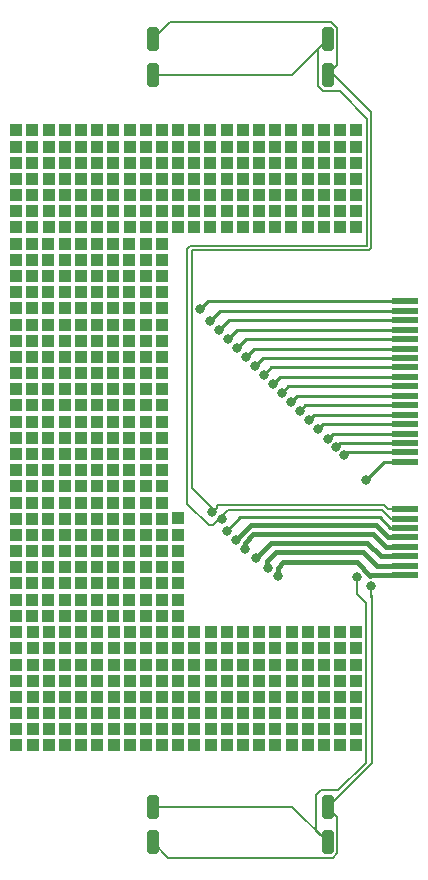
<source format=gbl>
%TF.GenerationSoftware,KiCad,Pcbnew,8.0.4*%
%TF.CreationDate,2025-03-13T20:47:44+01:00*%
%TF.ProjectId,uconsole-expansion-card-template_1.27,75636f6e-736f-46c6-952d-657870616e73,0.1*%
%TF.SameCoordinates,Original*%
%TF.FileFunction,Copper,L2,Bot*%
%TF.FilePolarity,Positive*%
%FSLAX46Y46*%
G04 Gerber Fmt 4.6, Leading zero omitted, Abs format (unit mm)*
G04 Created by KiCad (PCBNEW 8.0.4) date 2025-03-13 20:47:44*
%MOMM*%
%LPD*%
G01*
G04 APERTURE LIST*
G04 Aperture macros list*
%AMRoundRect*
0 Rectangle with rounded corners*
0 $1 Rounding radius*
0 $2 $3 $4 $5 $6 $7 $8 $9 X,Y pos of 4 corners*
0 Add a 4 corners polygon primitive as box body*
4,1,4,$2,$3,$4,$5,$6,$7,$8,$9,$2,$3,0*
0 Add four circle primitives for the rounded corners*
1,1,$1+$1,$2,$3*
1,1,$1+$1,$4,$5*
1,1,$1+$1,$6,$7*
1,1,$1+$1,$8,$9*
0 Add four rect primitives between the rounded corners*
20,1,$1+$1,$2,$3,$4,$5,0*
20,1,$1+$1,$4,$5,$6,$7,0*
20,1,$1+$1,$6,$7,$8,$9,0*
20,1,$1+$1,$8,$9,$2,$3,0*%
G04 Aperture macros list end*
%TA.AperFunction,ComponentPad*%
%ADD10R,1.000000X1.000000*%
%TD*%
%TA.AperFunction,ConnectorPad*%
%ADD11R,2.300000X0.600000*%
%TD*%
%TA.AperFunction,ConnectorPad*%
%ADD12RoundRect,0.250000X0.250000X0.750000X-0.250000X0.750000X-0.250000X-0.750000X0.250000X-0.750000X0*%
%TD*%
%TA.AperFunction,ViaPad*%
%ADD13C,0.800000*%
%TD*%
%TA.AperFunction,Conductor*%
%ADD14C,0.200000*%
%TD*%
%TA.AperFunction,Conductor*%
%ADD15C,0.420000*%
%TD*%
%TA.AperFunction,Conductor*%
%ADD16C,0.250000*%
%TD*%
G04 APERTURE END LIST*
D10*
%TO.P,,1*%
%TO.N,N/C*%
X111017000Y-73711000D03*
%TD*%
%TO.P,,1*%
%TO.N,N/C*%
X86357000Y-81931000D03*
%TD*%
%TO.P,,1*%
%TO.N,N/C*%
X93190000Y-90150000D03*
%TD*%
%TO.P,,1*%
%TO.N,N/C*%
X94590000Y-118940000D03*
%TD*%
%TO.P,,1*%
%TO.N,N/C*%
X93190000Y-114810000D03*
%TD*%
%TO.P,,1*%
%TO.N,N/C*%
X95930000Y-97000000D03*
%TD*%
%TO.P,,1*%
%TO.N,N/C*%
X94590000Y-116200000D03*
%TD*%
%TO.P,,1*%
%TO.N,N/C*%
X104167000Y-80561000D03*
%TD*%
%TO.P,,1*%
%TO.N,N/C*%
X90480000Y-121680000D03*
%TD*%
%TO.P,,1*%
%TO.N,N/C*%
X90450000Y-114810000D03*
%TD*%
%TO.P,,1*%
%TO.N,N/C*%
X83630000Y-117570000D03*
%TD*%
%TO.P,,1*%
%TO.N,N/C*%
X84970000Y-97000000D03*
%TD*%
%TO.P,,1*%
%TO.N,N/C*%
X94590000Y-117570000D03*
%TD*%
%TO.P,,1*%
%TO.N,N/C*%
X98700000Y-125790000D03*
%TD*%
%TO.P,,1*%
%TO.N,N/C*%
X94560000Y-99740000D03*
%TD*%
%TO.P,,1*%
%TO.N,N/C*%
X109647000Y-73711000D03*
%TD*%
%TO.P,,1*%
%TO.N,N/C*%
X91850000Y-120310000D03*
%TD*%
%TO.P,,1*%
%TO.N,N/C*%
X84987000Y-75081000D03*
%TD*%
%TO.P,,1*%
%TO.N,N/C*%
X84970000Y-113440000D03*
%TD*%
%TO.P,,1*%
%TO.N,N/C*%
X101440000Y-117570000D03*
%TD*%
%TO.P,,1*%
%TO.N,N/C*%
X105537000Y-73711000D03*
%TD*%
%TO.P,,1*%
%TO.N,N/C*%
X83600000Y-97000000D03*
%TD*%
%TO.P,,1*%
%TO.N,N/C*%
X87727000Y-73711000D03*
%TD*%
%TO.P,,1*%
%TO.N,N/C*%
X84970000Y-114810000D03*
%TD*%
%TO.P,,1*%
%TO.N,N/C*%
X89080000Y-99740000D03*
%TD*%
%TO.P,,1*%
%TO.N,N/C*%
X93190000Y-88780000D03*
%TD*%
%TO.P,,1*%
%TO.N,N/C*%
X100070000Y-118940000D03*
%TD*%
%TO.P,,1*%
%TO.N,N/C*%
X90467000Y-75081000D03*
%TD*%
%TO.P,,1*%
%TO.N,N/C*%
X104180000Y-124420000D03*
%TD*%
%TO.P,,1*%
%TO.N,N/C*%
X108277000Y-76451000D03*
%TD*%
%TO.P,,1*%
%TO.N,N/C*%
X100057000Y-73711000D03*
%TD*%
%TO.P,,1*%
%TO.N,N/C*%
X94560000Y-101110000D03*
%TD*%
%TO.P,,1*%
%TO.N,N/C*%
X83617000Y-75081000D03*
%TD*%
%TO.P,,1*%
%TO.N,N/C*%
X94560000Y-90150000D03*
%TD*%
%TO.P,,1*%
%TO.N,N/C*%
X89110000Y-121680000D03*
%TD*%
%TO.P,,1*%
%TO.N,N/C*%
X91820000Y-95630000D03*
%TD*%
%TO.P,,1*%
%TO.N,N/C*%
X105537000Y-79191000D03*
%TD*%
%TO.P,,1*%
%TO.N,N/C*%
X91820000Y-102480000D03*
%TD*%
%TO.P,,1*%
%TO.N,N/C*%
X87710000Y-97000000D03*
%TD*%
%TO.P,,1*%
%TO.N,N/C*%
X105550000Y-118940000D03*
%TD*%
%TO.P,,1*%
%TO.N,N/C*%
X90450000Y-84670000D03*
%TD*%
%TO.P,,1*%
%TO.N,N/C*%
X102810000Y-120310000D03*
%TD*%
%TO.P,,1*%
%TO.N,N/C*%
X86370000Y-120310000D03*
%TD*%
%TO.P,,1*%
%TO.N,N/C*%
X104167000Y-81931000D03*
%TD*%
%TO.P,,1*%
%TO.N,N/C*%
X83600000Y-98370000D03*
%TD*%
%TO.P,,1*%
%TO.N,N/C*%
X112387000Y-80561000D03*
%TD*%
%TO.P,,1*%
%TO.N,N/C*%
X91837000Y-76451000D03*
%TD*%
%TO.P,,1*%
%TO.N,N/C*%
X84970000Y-102480000D03*
%TD*%
%TO.P,,1*%
%TO.N,N/C*%
X87740000Y-125790000D03*
%TD*%
%TO.P,,1*%
%TO.N,N/C*%
X94560000Y-105220000D03*
%TD*%
%TO.P,,1*%
%TO.N,N/C*%
X86340000Y-95630000D03*
%TD*%
%TO.P,,1*%
%TO.N,N/C*%
X93207000Y-79191000D03*
%TD*%
%TO.P,,1*%
%TO.N,N/C*%
X91837000Y-75081000D03*
%TD*%
%TO.P,,1*%
%TO.N,N/C*%
X105537000Y-77821000D03*
%TD*%
%TO.P,,1*%
%TO.N,N/C*%
X112387000Y-73711000D03*
%TD*%
%TO.P,,1*%
%TO.N,N/C*%
X83600000Y-109330000D03*
%TD*%
%TO.P,,1*%
%TO.N,N/C*%
X86340000Y-83300000D03*
%TD*%
%TO.P,,1*%
%TO.N,N/C*%
X86370000Y-117570000D03*
%TD*%
%TO.P,,1*%
%TO.N,N/C*%
X90467000Y-81931000D03*
%TD*%
%TO.P,,1*%
%TO.N,N/C*%
X83600000Y-106590000D03*
%TD*%
%TO.P,,1*%
%TO.N,N/C*%
X91820000Y-107960000D03*
%TD*%
%TO.P,,1*%
%TO.N,N/C*%
X91820000Y-114810000D03*
%TD*%
%TO.P,,1*%
%TO.N,N/C*%
X93190000Y-110700000D03*
%TD*%
%TO.P,,1*%
%TO.N,N/C*%
X89097000Y-73711000D03*
%TD*%
%TO.P,,1*%
%TO.N,N/C*%
X93190000Y-107960000D03*
%TD*%
%TO.P,,1*%
%TO.N,N/C*%
X91820000Y-113440000D03*
%TD*%
%TO.P,,1*%
%TO.N,N/C*%
X104180000Y-121680000D03*
%TD*%
%TO.P,,1*%
%TO.N,N/C*%
X101440000Y-120310000D03*
%TD*%
%TO.P,,1*%
%TO.N,N/C*%
X112400000Y-125790000D03*
%TD*%
%TO.P,,1*%
%TO.N,N/C*%
X89080000Y-84670000D03*
%TD*%
%TO.P,,1*%
%TO.N,N/C*%
X86340000Y-110700000D03*
%TD*%
%TO.P,,1*%
%TO.N,N/C*%
X83600000Y-95630000D03*
%TD*%
%TO.P,,1*%
%TO.N,N/C*%
X89097000Y-75081000D03*
%TD*%
%TO.P,,1*%
%TO.N,N/C*%
X87710000Y-103850000D03*
%TD*%
%TO.P,,1*%
%TO.N,N/C*%
X108290000Y-117570000D03*
%TD*%
%TO.P,,1*%
%TO.N,N/C*%
X104167000Y-79191000D03*
%TD*%
%TO.P,,1*%
%TO.N,N/C*%
X95930000Y-103850000D03*
%TD*%
%TO.P,,1*%
%TO.N,N/C*%
X109660000Y-118940000D03*
%TD*%
%TO.P,,1*%
%TO.N,N/C*%
X94560000Y-112070000D03*
%TD*%
%TO.P,,1*%
%TO.N,N/C*%
X83630000Y-120310000D03*
%TD*%
%TO.P,,1*%
%TO.N,N/C*%
X95960000Y-124420000D03*
%TD*%
%TO.P,,1*%
%TO.N,N/C*%
X109647000Y-81931000D03*
%TD*%
%TO.P,,1*%
%TO.N,N/C*%
X111030000Y-116200000D03*
%TD*%
%TO.P,,1*%
%TO.N,N/C*%
X84987000Y-73711000D03*
%TD*%
%TO.P,,1*%
%TO.N,N/C*%
X90480000Y-120310000D03*
%TD*%
%TO.P,,1*%
%TO.N,N/C*%
X91820000Y-103850000D03*
%TD*%
%TO.P,,1*%
%TO.N,N/C*%
X106907000Y-79191000D03*
%TD*%
%TO.P,,1*%
%TO.N,N/C*%
X87727000Y-75081000D03*
%TD*%
%TO.P,,1*%
%TO.N,N/C*%
X95930000Y-99740000D03*
%TD*%
%TO.P,,1*%
%TO.N,N/C*%
X93190000Y-106590000D03*
%TD*%
%TO.P,,1*%
%TO.N,N/C*%
X89110000Y-117570000D03*
%TD*%
%TO.P,,1*%
%TO.N,N/C*%
X84970000Y-94260000D03*
%TD*%
%TO.P,,1*%
%TO.N,N/C*%
X87710000Y-87410000D03*
%TD*%
%TO.P,,1*%
%TO.N,N/C*%
X89097000Y-77821000D03*
%TD*%
%TO.P,,1*%
%TO.N,N/C*%
X94577000Y-80561000D03*
%TD*%
%TO.P,,1*%
%TO.N,N/C*%
X87710000Y-107960000D03*
%TD*%
%TO.P,,1*%
%TO.N,N/C*%
X83600000Y-107960000D03*
%TD*%
%TO.P,,1*%
%TO.N,N/C*%
X89110000Y-123050000D03*
%TD*%
%TO.P,,1*%
%TO.N,N/C*%
X95930000Y-109330000D03*
%TD*%
%TO.P,,1*%
%TO.N,N/C*%
X93190000Y-102480000D03*
%TD*%
%TO.P,,1*%
%TO.N,N/C*%
X94560000Y-113440000D03*
%TD*%
%TO.P,,1*%
%TO.N,N/C*%
X90450000Y-106590000D03*
%TD*%
%TO.P,,1*%
%TO.N,N/C*%
X98700000Y-117570000D03*
%TD*%
%TO.P,,1*%
%TO.N,N/C*%
X95930000Y-95630000D03*
%TD*%
%TO.P,,1*%
%TO.N,N/C*%
X90450000Y-83300000D03*
%TD*%
%TO.P,,1*%
%TO.N,N/C*%
X112400000Y-124420000D03*
%TD*%
%TO.P,,1*%
%TO.N,N/C*%
X83630000Y-121680000D03*
%TD*%
%TO.P,,1*%
%TO.N,N/C*%
X87710000Y-99740000D03*
%TD*%
%TO.P,,1*%
%TO.N,N/C*%
X84970000Y-92890000D03*
%TD*%
%TO.P,,1*%
%TO.N,N/C*%
X86340000Y-87410000D03*
%TD*%
%TO.P,,1*%
%TO.N,N/C*%
X101427000Y-79191000D03*
%TD*%
%TO.P,,1*%
%TO.N,N/C*%
X94560000Y-87410000D03*
%TD*%
%TO.P,,1*%
%TO.N,N/C*%
X93190000Y-97000000D03*
%TD*%
%TO.P,,1*%
%TO.N,N/C*%
X93220000Y-116200000D03*
%TD*%
%TO.P,,1*%
%TO.N,N/C*%
X95930000Y-84670000D03*
%TD*%
%TO.P,,1*%
%TO.N,N/C*%
X83600000Y-83300000D03*
%TD*%
%TO.P,,1*%
%TO.N,N/C*%
X111017000Y-79191000D03*
%TD*%
%TO.P,,1*%
%TO.N,N/C*%
X98687000Y-75081000D03*
%TD*%
%TO.P,12,1*%
%TO.N,N/C*%
X97330000Y-110698200D03*
%TD*%
%TO.P,,1*%
%TO.N,N/C*%
X86340000Y-97000000D03*
%TD*%
%TO.P,,1*%
%TO.N,N/C*%
X86340000Y-92890000D03*
%TD*%
%TO.P,,1*%
%TO.N,N/C*%
X91820000Y-98370000D03*
%TD*%
%TO.P,,1*%
%TO.N,N/C*%
X93190000Y-113440000D03*
%TD*%
%TO.P,,1*%
%TO.N,N/C*%
X91820000Y-88780000D03*
%TD*%
%TO.P,,1*%
%TO.N,N/C*%
X94560000Y-107960000D03*
%TD*%
%TO.P,,1*%
%TO.N,N/C*%
X100070000Y-125790000D03*
%TD*%
%TO.P,,1*%
%TO.N,N/C*%
X90450000Y-103850000D03*
%TD*%
%TO.P,,1*%
%TO.N,N/C*%
X87727000Y-76451000D03*
%TD*%
%TO.P,,1*%
%TO.N,N/C*%
X91820000Y-87410000D03*
%TD*%
%TO.P,,1*%
%TO.N,N/C*%
X83630000Y-118940000D03*
%TD*%
%TO.P,,1*%
%TO.N,N/C*%
X94560000Y-91520000D03*
%TD*%
%TO.P,,1*%
%TO.N,N/C*%
X109660000Y-125790000D03*
%TD*%
%TO.P,,1*%
%TO.N,N/C*%
X87710000Y-102480000D03*
%TD*%
%TO.P,,1*%
%TO.N,N/C*%
X100057000Y-80561000D03*
%TD*%
%TO.P,,1*%
%TO.N,N/C*%
X87727000Y-80561000D03*
%TD*%
%TO.P,,1*%
%TO.N,N/C*%
X111030000Y-120310000D03*
%TD*%
%TO.P,,1*%
%TO.N,N/C*%
X84970000Y-106590000D03*
%TD*%
%TO.P,,1*%
%TO.N,N/C*%
X87710000Y-83300000D03*
%TD*%
%TO.P,,1*%
%TO.N,N/C*%
X84987000Y-79191000D03*
%TD*%
%TO.P,,1*%
%TO.N,N/C*%
X95930000Y-110700000D03*
%TD*%
%TO.P,,1*%
%TO.N,N/C*%
X112387000Y-79191000D03*
%TD*%
%TO.P,,1*%
%TO.N,N/C*%
X89080000Y-92890000D03*
%TD*%
%TO.P,,1*%
%TO.N,N/C*%
X106920000Y-120310000D03*
%TD*%
%TO.P,,1*%
%TO.N,N/C*%
X94577000Y-81931000D03*
%TD*%
%TO.P,,1*%
%TO.N,N/C*%
X93190000Y-105220000D03*
%TD*%
%TO.P,,1*%
%TO.N,N/C*%
X86370000Y-116200000D03*
%TD*%
%TO.P,,1*%
%TO.N,N/C*%
X83600000Y-99740000D03*
%TD*%
%TO.P,,1*%
%TO.N,N/C*%
X87710000Y-92890000D03*
%TD*%
%TO.P,,1*%
%TO.N,N/C*%
X90467000Y-77821000D03*
%TD*%
%TO.P,,1*%
%TO.N,N/C*%
X84970000Y-83300000D03*
%TD*%
%TO.P,,1*%
%TO.N,N/C*%
X108290000Y-123050000D03*
%TD*%
%TO.P,,1*%
%TO.N,N/C*%
X93190000Y-91520000D03*
%TD*%
%TO.P,,1*%
%TO.N,N/C*%
X102797000Y-76451000D03*
%TD*%
%TO.P,,1*%
%TO.N,N/C*%
X104180000Y-120310000D03*
%TD*%
%TO.P,,1*%
%TO.N,N/C*%
X86340000Y-109330000D03*
%TD*%
%TO.P,,1*%
%TO.N,N/C*%
X83600000Y-84670000D03*
%TD*%
%TO.P,,1*%
%TO.N,N/C*%
X112387000Y-76451000D03*
%TD*%
%TO.P,,1*%
%TO.N,N/C*%
X83600000Y-87410000D03*
%TD*%
%TO.P,,1*%
%TO.N,N/C*%
X109647000Y-79191000D03*
%TD*%
%TO.P,,1*%
%TO.N,N/C*%
X94590000Y-124420000D03*
%TD*%
%TO.P,,1*%
%TO.N,N/C*%
X101440000Y-116200000D03*
%TD*%
%TO.P,,1*%
%TO.N,N/C*%
X86340000Y-101110000D03*
%TD*%
%TO.P,,1*%
%TO.N,N/C*%
X104167000Y-76451000D03*
%TD*%
%TO.P,,1*%
%TO.N,N/C*%
X90450000Y-99740000D03*
%TD*%
%TO.P,,1*%
%TO.N,N/C*%
X106920000Y-123050000D03*
%TD*%
%TO.P,,1*%
%TO.N,N/C*%
X105550000Y-117570000D03*
%TD*%
%TO.P,,1*%
%TO.N,N/C*%
X95947000Y-76451000D03*
%TD*%
%TO.P,,1*%
%TO.N,N/C*%
X84970000Y-103850000D03*
%TD*%
%TO.P,,1*%
%TO.N,N/C*%
X90450000Y-112070000D03*
%TD*%
%TO.P,,1*%
%TO.N,N/C*%
X97317000Y-80561000D03*
%TD*%
%TO.P,,1*%
%TO.N,N/C*%
X91850000Y-118940000D03*
%TD*%
%TO.P,,1*%
%TO.N,N/C*%
X91837000Y-73711000D03*
%TD*%
%TO.P,,1*%
%TO.N,N/C*%
X84987000Y-81931000D03*
%TD*%
%TO.P,,1*%
%TO.N,N/C*%
X102810000Y-125790000D03*
%TD*%
%TO.P,,1*%
%TO.N,N/C*%
X104180000Y-118940000D03*
%TD*%
%TO.P,,1*%
%TO.N,N/C*%
X93207000Y-80561000D03*
%TD*%
%TO.P,,1*%
%TO.N,N/C*%
X101427000Y-80561000D03*
%TD*%
%TO.P,,1*%
%TO.N,N/C*%
X101427000Y-77821000D03*
%TD*%
%TO.P,,1*%
%TO.N,N/C*%
X104180000Y-123050000D03*
%TD*%
%TO.P,,1*%
%TO.N,N/C*%
X86340000Y-94260000D03*
%TD*%
%TO.P,,1*%
%TO.N,N/C*%
X112400000Y-118940000D03*
%TD*%
%TO.P,,1*%
%TO.N,N/C*%
X94560000Y-106590000D03*
%TD*%
%TO.P,,1*%
%TO.N,N/C*%
X84987000Y-80561000D03*
%TD*%
%TO.P,,1*%
%TO.N,N/C*%
X111017000Y-80561000D03*
%TD*%
%TO.P,,1*%
%TO.N,N/C*%
X90480000Y-117570000D03*
%TD*%
%TO.P,,1*%
%TO.N,N/C*%
X87740000Y-117570000D03*
%TD*%
%TO.P,,1*%
%TO.N,N/C*%
X94560000Y-94260000D03*
%TD*%
%TO.P,,1*%
%TO.N,N/C*%
X106907000Y-75081000D03*
%TD*%
%TO.P,,1*%
%TO.N,N/C*%
X100057000Y-79191000D03*
%TD*%
%TO.P,,1*%
%TO.N,N/C*%
X94577000Y-75081000D03*
%TD*%
%TO.P,,1*%
%TO.N,N/C*%
X90450000Y-94260000D03*
%TD*%
%TO.P,,1*%
%TO.N,N/C*%
X105537000Y-75081000D03*
%TD*%
%TO.P,,1*%
%TO.N,N/C*%
X93220000Y-123050000D03*
%TD*%
%TO.P,,1*%
%TO.N,N/C*%
X94577000Y-79191000D03*
%TD*%
%TO.P,,1*%
%TO.N,N/C*%
X87740000Y-124420000D03*
%TD*%
%TO.P,,1*%
%TO.N,N/C*%
X89080000Y-105220000D03*
%TD*%
%TO.P,,1*%
%TO.N,N/C*%
X94590000Y-125790000D03*
%TD*%
%TO.P,,1*%
%TO.N,N/C*%
X105550000Y-125790000D03*
%TD*%
%TO.P,,1*%
%TO.N,N/C*%
X93220000Y-121680000D03*
%TD*%
%TO.P,,1*%
%TO.N,N/C*%
X95930000Y-113440000D03*
%TD*%
%TO.P,,1*%
%TO.N,N/C*%
X97317000Y-77821000D03*
%TD*%
%TO.P,,1*%
%TO.N,N/C*%
X83600000Y-103850000D03*
%TD*%
%TO.P,,1*%
%TO.N,N/C*%
X95930000Y-98370000D03*
%TD*%
%TO.P,,1*%
%TO.N,N/C*%
X87710000Y-91520000D03*
%TD*%
%TO.P,,1*%
%TO.N,N/C*%
X90450000Y-91520000D03*
%TD*%
%TO.P,,1*%
%TO.N,N/C*%
X91820000Y-101110000D03*
%TD*%
%TO.P,,1*%
%TO.N,N/C*%
X100070000Y-123050000D03*
%TD*%
%TO.P,,1*%
%TO.N,N/C*%
X101440000Y-121680000D03*
%TD*%
%TO.P,,1*%
%TO.N,N/C*%
X85000000Y-123050000D03*
%TD*%
%TO.P,,1*%
%TO.N,N/C*%
X95930000Y-114810000D03*
%TD*%
%TO.P,,1*%
%TO.N,N/C*%
X98687000Y-80561000D03*
%TD*%
%TO.P,,1*%
%TO.N,N/C*%
X90450000Y-97000000D03*
%TD*%
%TO.P,,1*%
%TO.N,N/C*%
X95930000Y-102480000D03*
%TD*%
%TO.P,,1*%
%TO.N,N/C*%
X84970000Y-86040000D03*
%TD*%
%TO.P,,1*%
%TO.N,N/C*%
X106920000Y-121680000D03*
%TD*%
%TO.P,10,1*%
%TO.N,N/C*%
X97330000Y-107958200D03*
%TD*%
%TO.P,,1*%
%TO.N,N/C*%
X108290000Y-125790000D03*
%TD*%
%TO.P,,1*%
%TO.N,N/C*%
X89080000Y-87410000D03*
%TD*%
%TO.P,,1*%
%TO.N,N/C*%
X93190000Y-98370000D03*
%TD*%
%TO.P,,1*%
%TO.N,N/C*%
X89110000Y-125790000D03*
%TD*%
%TO.P,,1*%
%TO.N,N/C*%
X89080000Y-103850000D03*
%TD*%
%TO.P,,1*%
%TO.N,N/C*%
X91820000Y-84670000D03*
%TD*%
%TO.P,,1*%
%TO.N,N/C*%
X91820000Y-105220000D03*
%TD*%
%TO.P,,1*%
%TO.N,N/C*%
X94590000Y-120310000D03*
%TD*%
%TO.P,,1*%
%TO.N,N/C*%
X83630000Y-123050000D03*
%TD*%
%TO.P,,1*%
%TO.N,N/C*%
X112400000Y-123050000D03*
%TD*%
%TO.P,,1*%
%TO.N,N/C*%
X106920000Y-117570000D03*
%TD*%
%TO.P,,1*%
%TO.N,N/C*%
X89097000Y-79191000D03*
%TD*%
%TO.P,,1*%
%TO.N,N/C*%
X105537000Y-76451000D03*
%TD*%
%TO.P,,1*%
%TO.N,N/C*%
X86340000Y-99740000D03*
%TD*%
%TO.P,,1*%
%TO.N,N/C*%
X97330000Y-120310000D03*
%TD*%
%TO.P,,1*%
%TO.N,N/C*%
X91820000Y-92890000D03*
%TD*%
%TO.P,,1*%
%TO.N,N/C*%
X106907000Y-81931000D03*
%TD*%
%TO.P,,1*%
%TO.N,N/C*%
X95930000Y-94260000D03*
%TD*%
%TO.P,,1*%
%TO.N,N/C*%
X108277000Y-79191000D03*
%TD*%
%TO.P,,1*%
%TO.N,N/C*%
X90467000Y-76451000D03*
%TD*%
%TO.P,,1*%
%TO.N,N/C*%
X86340000Y-105220000D03*
%TD*%
%TO.P,,1*%
%TO.N,N/C*%
X90450000Y-101110000D03*
%TD*%
%TO.P,,1*%
%TO.N,N/C*%
X102810000Y-124420000D03*
%TD*%
%TO.P,,1*%
%TO.N,N/C*%
X91820000Y-91520000D03*
%TD*%
%TO.P,,1*%
%TO.N,N/C*%
X91837000Y-79191000D03*
%TD*%
%TO.P,,1*%
%TO.N,N/C*%
X93190000Y-95630000D03*
%TD*%
%TO.P,,1*%
%TO.N,N/C*%
X97330000Y-117570000D03*
%TD*%
%TO.P,,1*%
%TO.N,N/C*%
X90450000Y-110700000D03*
%TD*%
%TO.P,,1*%
%TO.N,N/C*%
X84970000Y-110700000D03*
%TD*%
%TO.P,,1*%
%TO.N,N/C*%
X89110000Y-116200000D03*
%TD*%
%TO.P,,1*%
%TO.N,N/C*%
X91837000Y-77821000D03*
%TD*%
%TO.P,,1*%
%TO.N,N/C*%
X86340000Y-88780000D03*
%TD*%
%TO.P,,1*%
%TO.N,N/C*%
X97330000Y-124420000D03*
%TD*%
%TO.P,,1*%
%TO.N,N/C*%
X89080000Y-83300000D03*
%TD*%
%TO.P,,1*%
%TO.N,N/C*%
X94560000Y-109330000D03*
%TD*%
%TO.P,,1*%
%TO.N,N/C*%
X91850000Y-117570000D03*
%TD*%
%TO.P,,1*%
%TO.N,N/C*%
X108290000Y-116200000D03*
%TD*%
%TO.P,,1*%
%TO.N,N/C*%
X108277000Y-77821000D03*
%TD*%
%TO.P,,1*%
%TO.N,N/C*%
X97330000Y-125790000D03*
%TD*%
%TO.P,,1*%
%TO.N,N/C*%
X95960000Y-123050000D03*
%TD*%
%TO.P,,1*%
%TO.N,N/C*%
X109647000Y-80561000D03*
%TD*%
%TO.P,14,1*%
%TO.N,N/C*%
X97330000Y-113438200D03*
%TD*%
%TO.P,,1*%
%TO.N,N/C*%
X87727000Y-81931000D03*
%TD*%
%TO.P,,1*%
%TO.N,N/C*%
X90467000Y-73711000D03*
%TD*%
%TO.P,,1*%
%TO.N,N/C*%
X95960000Y-118940000D03*
%TD*%
%TO.P,,1*%
%TO.N,N/C*%
X94560000Y-98370000D03*
%TD*%
%TO.P,,1*%
%TO.N,N/C*%
X93207000Y-77821000D03*
%TD*%
%TO.P,,1*%
%TO.N,N/C*%
X100057000Y-76451000D03*
%TD*%
%TO.P,,1*%
%TO.N,N/C*%
X90480000Y-124420000D03*
%TD*%
%TO.P,,1*%
%TO.N,N/C*%
X111017000Y-81931000D03*
%TD*%
%TO.P,,1*%
%TO.N,N/C*%
X112400000Y-121680000D03*
%TD*%
%TO.P,,1*%
%TO.N,N/C*%
X97317000Y-73711000D03*
%TD*%
%TO.P,,1*%
%TO.N,N/C*%
X83600000Y-113440000D03*
%TD*%
%TO.P,,1*%
%TO.N,N/C*%
X109647000Y-77821000D03*
%TD*%
%TO.P,,1*%
%TO.N,N/C*%
X87740000Y-120310000D03*
%TD*%
%TO.P,,1*%
%TO.N,N/C*%
X89080000Y-94260000D03*
%TD*%
%TO.P,,1*%
%TO.N,N/C*%
X87740000Y-116200000D03*
%TD*%
%TO.P,,1*%
%TO.N,N/C*%
X97330000Y-123050000D03*
%TD*%
%TO.P,,1*%
%TO.N,N/C*%
X104167000Y-73711000D03*
%TD*%
%TO.P,,1*%
%TO.N,N/C*%
X112400000Y-116200000D03*
%TD*%
%TO.P,,1*%
%TO.N,N/C*%
X112400000Y-117570000D03*
%TD*%
%TO.P,,1*%
%TO.N,N/C*%
X91820000Y-109330000D03*
%TD*%
%TO.P,,1*%
%TO.N,N/C*%
X111017000Y-76451000D03*
%TD*%
%TO.P,,1*%
%TO.N,N/C*%
X106907000Y-73711000D03*
%TD*%
%TO.P,,1*%
%TO.N,N/C*%
X93190000Y-109330000D03*
%TD*%
%TO.P,,1*%
%TO.N,N/C*%
X86340000Y-98370000D03*
%TD*%
%TO.P,,1*%
%TO.N,N/C*%
X94560000Y-83300000D03*
%TD*%
%TO.P,,1*%
%TO.N,N/C*%
X109660000Y-124420000D03*
%TD*%
%TO.P,,1*%
%TO.N,N/C*%
X90450000Y-86040000D03*
%TD*%
%TO.P,,1*%
%TO.N,N/C*%
X91820000Y-86040000D03*
%TD*%
%TO.P,,1*%
%TO.N,N/C*%
X109660000Y-117570000D03*
%TD*%
%TO.P,,1*%
%TO.N,N/C*%
X87710000Y-84670000D03*
%TD*%
%TO.P,,1*%
%TO.N,N/C*%
X95930000Y-101110000D03*
%TD*%
%TO.P,,1*%
%TO.N,N/C*%
X89080000Y-91520000D03*
%TD*%
%TO.P,,1*%
%TO.N,N/C*%
X94560000Y-95630000D03*
%TD*%
%TO.P,,1*%
%TO.N,N/C*%
X111017000Y-77821000D03*
%TD*%
%TO.P,,1*%
%TO.N,N/C*%
X91837000Y-81931000D03*
%TD*%
%TO.P,,1*%
%TO.N,N/C*%
X95930000Y-112070000D03*
%TD*%
%TO.P,,1*%
%TO.N,N/C*%
X86357000Y-79191000D03*
%TD*%
%TO.P,,1*%
%TO.N,N/C*%
X83617000Y-73711000D03*
%TD*%
%TO.P,,1*%
%TO.N,N/C*%
X102797000Y-81931000D03*
%TD*%
%TO.P,,1*%
%TO.N,N/C*%
X95930000Y-91520000D03*
%TD*%
%TO.P,,1*%
%TO.N,N/C*%
X93220000Y-120310000D03*
%TD*%
%TO.P,,1*%
%TO.N,N/C*%
X87710000Y-112070000D03*
%TD*%
%TO.P,,1*%
%TO.N,N/C*%
X87727000Y-77821000D03*
%TD*%
%TO.P,,1*%
%TO.N,N/C*%
X95930000Y-105220000D03*
%TD*%
%TO.P,,1*%
%TO.N,N/C*%
X102810000Y-117570000D03*
%TD*%
%TO.P,,1*%
%TO.N,N/C*%
X105550000Y-121680000D03*
%TD*%
%TO.P,,1*%
%TO.N,N/C*%
X102797000Y-80561000D03*
%TD*%
%TO.P,,1*%
%TO.N,N/C*%
X86340000Y-84670000D03*
%TD*%
%TO.P,,1*%
%TO.N,N/C*%
X83617000Y-79191000D03*
%TD*%
%TO.P,13,1*%
%TO.N,N/C*%
X97330000Y-112068200D03*
%TD*%
%TO.P,,1*%
%TO.N,N/C*%
X89097000Y-81931000D03*
%TD*%
%TO.P,,1*%
%TO.N,N/C*%
X94560000Y-114810000D03*
%TD*%
%TO.P,,1*%
%TO.N,N/C*%
X111017000Y-75081000D03*
%TD*%
%TO.P,,1*%
%TO.N,N/C*%
X95960000Y-120310000D03*
%TD*%
%TO.P,,1*%
%TO.N,N/C*%
X83600000Y-88780000D03*
%TD*%
%TO.P,,1*%
%TO.N,N/C*%
X83600000Y-90150000D03*
%TD*%
%TO.P,,1*%
%TO.N,N/C*%
X90480000Y-125790000D03*
%TD*%
%TO.P,,1*%
%TO.N,N/C*%
X93207000Y-76451000D03*
%TD*%
%TO.P,,1*%
%TO.N,N/C*%
X98700000Y-118940000D03*
%TD*%
%TO.P,,1*%
%TO.N,N/C*%
X94590000Y-123050000D03*
%TD*%
%TO.P,,1*%
%TO.N,N/C*%
X86340000Y-112070000D03*
%TD*%
%TO.P,,1*%
%TO.N,N/C*%
X83617000Y-81931000D03*
%TD*%
%TO.P,,1*%
%TO.N,N/C*%
X85000000Y-117570000D03*
%TD*%
%TO.P,,1*%
%TO.N,N/C*%
X85000000Y-124420000D03*
%TD*%
%TO.P,,1*%
%TO.N,N/C*%
X83600000Y-102480000D03*
%TD*%
%TO.P,,1*%
%TO.N,N/C*%
X89080000Y-107960000D03*
%TD*%
%TO.P,,1*%
%TO.N,N/C*%
X83600000Y-86040000D03*
%TD*%
%TO.P,,1*%
%TO.N,N/C*%
X95947000Y-73711000D03*
%TD*%
%TO.P,,1*%
%TO.N,N/C*%
X89080000Y-109330000D03*
%TD*%
%TO.P,,1*%
%TO.N,N/C*%
X98700000Y-116200000D03*
%TD*%
%TO.P,,1*%
%TO.N,N/C*%
X94577000Y-77821000D03*
%TD*%
%TO.P,,1*%
%TO.N,N/C*%
X89080000Y-112070000D03*
%TD*%
%TO.P,,1*%
%TO.N,N/C*%
X89110000Y-120310000D03*
%TD*%
%TO.P,,1*%
%TO.N,N/C*%
X84987000Y-76451000D03*
%TD*%
%TO.P,,1*%
%TO.N,N/C*%
X95930000Y-106590000D03*
%TD*%
%TO.P,,1*%
%TO.N,N/C*%
X85000000Y-116200000D03*
%TD*%
%TO.P,,1*%
%TO.N,N/C*%
X86340000Y-106590000D03*
%TD*%
%TO.P,,1*%
%TO.N,N/C*%
X100070000Y-117570000D03*
%TD*%
%TO.P,,1*%
%TO.N,N/C*%
X84970000Y-87410000D03*
%TD*%
%TO.P,,1*%
%TO.N,N/C*%
X91820000Y-97000000D03*
%TD*%
%TO.P,,1*%
%TO.N,N/C*%
X93207000Y-73711000D03*
%TD*%
%TO.P,,1*%
%TO.N,N/C*%
X86340000Y-86040000D03*
%TD*%
%TO.P,,1*%
%TO.N,N/C*%
X97317000Y-75081000D03*
%TD*%
%TO.P,,1*%
%TO.N,N/C*%
X87710000Y-86040000D03*
%TD*%
%TO.P,,1*%
%TO.N,N/C*%
X86340000Y-91520000D03*
%TD*%
%TO.P,,1*%
%TO.N,N/C*%
X95960000Y-121680000D03*
%TD*%
%TO.P,,1*%
%TO.N,N/C*%
X108277000Y-73711000D03*
%TD*%
%TO.P,,1*%
%TO.N,N/C*%
X106920000Y-118940000D03*
%TD*%
%TO.P,,1*%
%TO.N,N/C*%
X90450000Y-113440000D03*
%TD*%
%TO.P,,1*%
%TO.N,N/C*%
X93190000Y-103850000D03*
%TD*%
%TO.P,,1*%
%TO.N,N/C*%
X90450000Y-105220000D03*
%TD*%
%TO.P,,1*%
%TO.N,N/C*%
X89080000Y-95630000D03*
%TD*%
%TO.P,,1*%
%TO.N,N/C*%
X90480000Y-116200000D03*
%TD*%
%TO.P,,1*%
%TO.N,N/C*%
X84970000Y-88780000D03*
%TD*%
%TO.P,,1*%
%TO.N,N/C*%
X108277000Y-75081000D03*
%TD*%
%TO.P,,1*%
%TO.N,N/C*%
X84970000Y-98370000D03*
%TD*%
%TO.P,,1*%
%TO.N,N/C*%
X100070000Y-124420000D03*
%TD*%
%TO.P,,1*%
%TO.N,N/C*%
X109660000Y-121680000D03*
%TD*%
%TO.P,,1*%
%TO.N,N/C*%
X93190000Y-101110000D03*
%TD*%
%TO.P,,1*%
%TO.N,N/C*%
X95947000Y-80561000D03*
%TD*%
%TO.P,,1*%
%TO.N,N/C*%
X93190000Y-86040000D03*
%TD*%
%TO.P,,1*%
%TO.N,N/C*%
X83617000Y-76451000D03*
%TD*%
%TO.P,,1*%
%TO.N,N/C*%
X105550000Y-124420000D03*
%TD*%
%TO.P,,1*%
%TO.N,N/C*%
X89080000Y-98370000D03*
%TD*%
%TO.P,,1*%
%TO.N,N/C*%
X93220000Y-124420000D03*
%TD*%
%TO.P,,1*%
%TO.N,N/C*%
X94560000Y-103850000D03*
%TD*%
%TO.P,,1*%
%TO.N,N/C*%
X84970000Y-99740000D03*
%TD*%
%TO.P,,1*%
%TO.N,N/C*%
X95960000Y-125790000D03*
%TD*%
%TO.P,,1*%
%TO.N,N/C*%
X95930000Y-87410000D03*
%TD*%
%TO.P,,1*%
%TO.N,N/C*%
X111030000Y-125790000D03*
%TD*%
%TO.P,,1*%
%TO.N,N/C*%
X100070000Y-121680000D03*
%TD*%
D11*
%TO.P,U1,2,5V*%
%TO.N,+5V*%
X116485000Y-111380000D03*
%TO.P,U1,4,5V*%
X116485000Y-110580000D03*
%TO.P,U1,6,5V*%
X116485000Y-109780000D03*
%TO.P,U1,8,5V*%
X116485000Y-108980000D03*
%TO.P,U1,10,5V*%
X116485000Y-108180000D03*
%TO.P,U1,12,GND*%
%TO.N,GND*%
X116485000Y-107380000D03*
%TO.P,U1,14,SPK_RP*%
%TO.N,/SPEAKER_RP*%
X116485000Y-106580000D03*
%TO.P,U1,16,SPK_RN*%
%TO.N,/SPEAKER_RN*%
X116485000Y-105780000D03*
%TO.P,U1,18,GPIO28*%
%TO.N,/GPIO28*%
X116485000Y-101780000D03*
%TO.P,U1,20,GPIO29*%
%TO.N,/GPIO29*%
X116485000Y-100980000D03*
%TO.P,U1,22,GPIO30*%
%TO.N,/GPIO30*%
X116485000Y-100180000D03*
%TO.P,U1,24,GPIO31*%
%TO.N,/GPIO31*%
X116485000Y-99380000D03*
%TO.P,U1,26,GPIO32*%
%TO.N,/GPIO32*%
X116485000Y-98580000D03*
%TO.P,U1,28,GPIO33*%
%TO.N,/GPIO33*%
X116485000Y-97780000D03*
%TO.P,U1,30,GPIO34*%
%TO.N,/GPIO34*%
X116485000Y-96980000D03*
%TO.P,U1,32,GPIO35*%
%TO.N,/GPIO35*%
X116485000Y-96180000D03*
%TO.P,U1,34,GPIO36*%
%TO.N,/GPIO36*%
X116485000Y-95380000D03*
%TO.P,U1,36,GPIO37*%
%TO.N,/GPIO37*%
X116485000Y-94580000D03*
%TO.P,U1,38,GPIO38*%
%TO.N,/GPIO38*%
X116485000Y-93780000D03*
%TO.P,U1,40,GPIO39*%
%TO.N,/GPIO39*%
X116485000Y-92980000D03*
%TO.P,U1,42,GPIO40*%
%TO.N,/GPIO40*%
X116485000Y-92180000D03*
%TO.P,U1,44,GPIO41*%
%TO.N,/GPIO41*%
X116485000Y-91380000D03*
%TO.P,U1,46,GPIO42*%
%TO.N,/GPIO42*%
X116485000Y-90580000D03*
%TO.P,U1,48,GPIO43*%
%TO.N,/GPIO43*%
X116485000Y-89780000D03*
%TO.P,U1,50,GPIO44*%
%TO.N,/GPIO44*%
X116485000Y-88980000D03*
%TO.P,U1,52,GPIO45*%
%TO.N,/GPIO45*%
X116485000Y-88180000D03*
%TD*%
D10*
%TO.P,9,1*%
%TO.N,N/C*%
X97330000Y-106564600D03*
%TD*%
%TO.P,,1*%
%TO.N,N/C*%
X109647000Y-76451000D03*
%TD*%
%TO.P,,1*%
%TO.N,N/C*%
X86340000Y-107960000D03*
%TD*%
%TO.P,,1*%
%TO.N,N/C*%
X100057000Y-75081000D03*
%TD*%
%TO.P,,1*%
%TO.N,N/C*%
X89097000Y-80561000D03*
%TD*%
%TO.P,,1*%
%TO.N,N/C*%
X104180000Y-116200000D03*
%TD*%
%TO.P,,1*%
%TO.N,N/C*%
X91820000Y-94260000D03*
%TD*%
%TO.P,,1*%
%TO.N,N/C*%
X100070000Y-120310000D03*
%TD*%
%TO.P,,1*%
%TO.N,N/C*%
X90450000Y-88780000D03*
%TD*%
%TO.P,,1*%
%TO.N,N/C*%
X86340000Y-113440000D03*
%TD*%
%TO.P,,1*%
%TO.N,N/C*%
X87710000Y-110700000D03*
%TD*%
%TO.P,,1*%
%TO.N,N/C*%
X83600000Y-91520000D03*
%TD*%
%TO.P,,1*%
%TO.N,N/C*%
X101427000Y-81931000D03*
%TD*%
%TO.P,,1*%
%TO.N,N/C*%
X106907000Y-76451000D03*
%TD*%
%TO.P,,1*%
%TO.N,N/C*%
X98700000Y-123050000D03*
%TD*%
%TO.P,,1*%
%TO.N,N/C*%
X84970000Y-84670000D03*
%TD*%
%TO.P,,1*%
%TO.N,N/C*%
X86340000Y-114810000D03*
%TD*%
%TO.P,,1*%
%TO.N,N/C*%
X89080000Y-110700000D03*
%TD*%
%TO.P,,1*%
%TO.N,N/C*%
X83630000Y-124420000D03*
%TD*%
%TO.P,,1*%
%TO.N,N/C*%
X94560000Y-88780000D03*
%TD*%
%TO.P,,1*%
%TO.N,N/C*%
X89080000Y-106590000D03*
%TD*%
%TO.P,,1*%
%TO.N,N/C*%
X85000000Y-120310000D03*
%TD*%
%TO.P,,1*%
%TO.N,N/C*%
X101440000Y-118940000D03*
%TD*%
%TO.P,,1*%
%TO.N,N/C*%
X97317000Y-79191000D03*
%TD*%
%TO.P,,1*%
%TO.N,N/C*%
X84970000Y-105220000D03*
%TD*%
%TO.P,,1*%
%TO.N,N/C*%
X95930000Y-107960000D03*
%TD*%
%TO.P,,1*%
%TO.N,N/C*%
X94560000Y-84670000D03*
%TD*%
%TO.P,,1*%
%TO.N,N/C*%
X105537000Y-80561000D03*
%TD*%
%TO.P,,1*%
%TO.N,N/C*%
X91820000Y-83300000D03*
%TD*%
%TO.P,,1*%
%TO.N,N/C*%
X91820000Y-112070000D03*
%TD*%
%TO.P,,1*%
%TO.N,N/C*%
X102797000Y-75081000D03*
%TD*%
%TO.P,,1*%
%TO.N,N/C*%
X89080000Y-97000000D03*
%TD*%
%TO.P,,1*%
%TO.N,N/C*%
X87710000Y-114810000D03*
%TD*%
%TO.P,,1*%
%TO.N,N/C*%
X102810000Y-123050000D03*
%TD*%
%TO.P,,1*%
%TO.N,N/C*%
X98687000Y-77821000D03*
%TD*%
%TO.P,,1*%
%TO.N,N/C*%
X94560000Y-86040000D03*
%TD*%
%TO.P,,1*%
%TO.N,N/C*%
X108290000Y-124420000D03*
%TD*%
%TO.P,,1*%
%TO.N,N/C*%
X109660000Y-116200000D03*
%TD*%
%TO.P,,1*%
%TO.N,N/C*%
X89110000Y-124420000D03*
%TD*%
%TO.P,,1*%
%TO.N,N/C*%
X83600000Y-105220000D03*
%TD*%
%TO.P,,1*%
%TO.N,N/C*%
X90450000Y-98370000D03*
%TD*%
%TO.P,,1*%
%TO.N,N/C*%
X95960000Y-116200000D03*
%TD*%
%TO.P,,1*%
%TO.N,N/C*%
X102797000Y-73711000D03*
%TD*%
%TO.P,,1*%
%TO.N,N/C*%
X94560000Y-97000000D03*
%TD*%
%TO.P,,1*%
%TO.N,N/C*%
X108277000Y-81931000D03*
%TD*%
%TO.P,,1*%
%TO.N,N/C*%
X101427000Y-73711000D03*
%TD*%
%TO.P,,1*%
%TO.N,N/C*%
X83600000Y-116200000D03*
%TD*%
%TO.P,,1*%
%TO.N,N/C*%
X90467000Y-79191000D03*
%TD*%
%TO.P,,1*%
%TO.N,N/C*%
X111030000Y-123050000D03*
%TD*%
%TO.P,,1*%
%TO.N,N/C*%
X94560000Y-110700000D03*
%TD*%
%TO.P,11,1*%
%TO.N,N/C*%
X97330000Y-109328200D03*
%TD*%
%TO.P,,1*%
%TO.N,N/C*%
X85000000Y-121680000D03*
%TD*%
%TO.P,,1*%
%TO.N,N/C*%
X111030000Y-117570000D03*
%TD*%
%TO.P,,1*%
%TO.N,N/C*%
X93190000Y-92890000D03*
%TD*%
%TO.P,,1*%
%TO.N,N/C*%
X84970000Y-91520000D03*
%TD*%
%TO.P,,1*%
%TO.N,N/C*%
X95947000Y-77821000D03*
%TD*%
%TO.P,,1*%
%TO.N,N/C*%
X86370000Y-125790000D03*
%TD*%
%TO.P,,1*%
%TO.N,N/C*%
X83600000Y-92890000D03*
%TD*%
%TO.P,,1*%
%TO.N,N/C*%
X84970000Y-101110000D03*
%TD*%
%TO.P,,1*%
%TO.N,N/C*%
X106907000Y-80561000D03*
%TD*%
%TO.P,,1*%
%TO.N,N/C*%
X94590000Y-121680000D03*
%TD*%
%TO.P,,1*%
%TO.N,N/C*%
X93190000Y-99740000D03*
%TD*%
%TO.P,,1*%
%TO.N,N/C*%
X87740000Y-118940000D03*
%TD*%
%TO.P,,1*%
%TO.N,N/C*%
X104167000Y-75081000D03*
%TD*%
%TO.P,,1*%
%TO.N,N/C*%
X86340000Y-90150000D03*
%TD*%
%TO.P,,1*%
%TO.N,N/C*%
X101440000Y-123050000D03*
%TD*%
%TO.P,,1*%
%TO.N,N/C*%
X98687000Y-79191000D03*
%TD*%
%TO.P,,1*%
%TO.N,N/C*%
X105550000Y-120310000D03*
%TD*%
%TO.P,,1*%
%TO.N,N/C*%
X91850000Y-121680000D03*
%TD*%
%TO.P,,1*%
%TO.N,N/C*%
X95947000Y-81931000D03*
%TD*%
%TO.P,,1*%
%TO.N,N/C*%
X95947000Y-79191000D03*
%TD*%
%TO.P,,1*%
%TO.N,N/C*%
X87710000Y-94260000D03*
%TD*%
%TO.P,,1*%
%TO.N,N/C*%
X98700000Y-120310000D03*
%TD*%
%TO.P,,1*%
%TO.N,N/C*%
X98687000Y-81931000D03*
%TD*%
%TO.P,,1*%
%TO.N,N/C*%
X86357000Y-77821000D03*
%TD*%
%TO.P,,1*%
%TO.N,N/C*%
X89080000Y-113440000D03*
%TD*%
%TO.P,,1*%
%TO.N,N/C*%
X93220000Y-125790000D03*
%TD*%
%TO.P,,1*%
%TO.N,N/C*%
X86357000Y-75081000D03*
%TD*%
%TO.P,,1*%
%TO.N,N/C*%
X90450000Y-90150000D03*
%TD*%
%TO.P,,1*%
%TO.N,N/C*%
X93190000Y-84670000D03*
%TD*%
%TO.P,15,1*%
%TO.N,N/C*%
X97330000Y-114808200D03*
%TD*%
%TO.P,,1*%
%TO.N,N/C*%
X87710000Y-113440000D03*
%TD*%
%TO.P,,1*%
%TO.N,N/C*%
X105550000Y-123050000D03*
%TD*%
%TO.P,,1*%
%TO.N,N/C*%
X104180000Y-117570000D03*
%TD*%
%TO.P,,1*%
%TO.N,N/C*%
X91820000Y-106590000D03*
%TD*%
%TO.P,,1*%
%TO.N,N/C*%
X95960000Y-117570000D03*
%TD*%
%TO.P,,1*%
%TO.N,N/C*%
X87740000Y-123050000D03*
%TD*%
%TO.P,,1*%
%TO.N,N/C*%
X83600000Y-112070000D03*
%TD*%
%TO.P,,1*%
%TO.N,N/C*%
X93207000Y-81931000D03*
%TD*%
%TO.P,,1*%
%TO.N,N/C*%
X83617000Y-77821000D03*
%TD*%
%TO.P,,1*%
%TO.N,N/C*%
X87710000Y-106590000D03*
%TD*%
%TO.P,,1*%
%TO.N,N/C*%
X109660000Y-120310000D03*
%TD*%
%TO.P,,1*%
%TO.N,N/C*%
X102810000Y-118940000D03*
%TD*%
%TO.P,,1*%
%TO.N,N/C*%
X91820000Y-99740000D03*
%TD*%
%TO.P,,1*%
%TO.N,N/C*%
X93220000Y-117570000D03*
%TD*%
%TO.P,,1*%
%TO.N,N/C*%
X101440000Y-124420000D03*
%TD*%
%TO.P,,1*%
%TO.N,N/C*%
X86340000Y-103850000D03*
%TD*%
%TO.P,,1*%
%TO.N,N/C*%
X98687000Y-73711000D03*
%TD*%
%TO.P,,1*%
%TO.N,N/C*%
X101440000Y-125790000D03*
%TD*%
%TO.P,,1*%
%TO.N,N/C*%
X108290000Y-121680000D03*
%TD*%
%TO.P,,1*%
%TO.N,N/C*%
X101427000Y-75081000D03*
%TD*%
%TO.P,,1*%
%TO.N,N/C*%
X104167000Y-77821000D03*
%TD*%
%TO.P,,1*%
%TO.N,N/C*%
X95930000Y-86040000D03*
%TD*%
%TO.P,,1*%
%TO.N,N/C*%
X89080000Y-101110000D03*
%TD*%
%TO.P,,1*%
%TO.N,N/C*%
X86357000Y-80561000D03*
%TD*%
%TO.P,,1*%
%TO.N,N/C*%
X108290000Y-120310000D03*
%TD*%
%TO.P,,1*%
%TO.N,N/C*%
X95930000Y-83300000D03*
%TD*%
%TO.P,,1*%
%TO.N,N/C*%
X85000000Y-125790000D03*
%TD*%
%TO.P,,1*%
%TO.N,N/C*%
X87710000Y-101110000D03*
%TD*%
%TO.P,,1*%
%TO.N,N/C*%
X90467000Y-80561000D03*
%TD*%
%TO.P,,1*%
%TO.N,N/C*%
X102797000Y-77821000D03*
%TD*%
%TO.P,,1*%
%TO.N,N/C*%
X90450000Y-87410000D03*
%TD*%
%TO.P,,1*%
%TO.N,N/C*%
X84970000Y-112070000D03*
%TD*%
%TO.P,,1*%
%TO.N,N/C*%
X85000000Y-118940000D03*
%TD*%
%TO.P,,1*%
%TO.N,N/C*%
X100057000Y-81931000D03*
%TD*%
%TO.P,,1*%
%TO.N,N/C*%
X91820000Y-110700000D03*
%TD*%
%TO.P,,1*%
%TO.N,N/C*%
X84970000Y-90150000D03*
%TD*%
%TO.P,,1*%
%TO.N,N/C*%
X95930000Y-88780000D03*
%TD*%
%TO.P,,1*%
%TO.N,N/C*%
X106920000Y-125790000D03*
%TD*%
%TO.P,,1*%
%TO.N,N/C*%
X105550000Y-116200000D03*
%TD*%
%TO.P,,1*%
%TO.N,N/C*%
X86357000Y-76451000D03*
%TD*%
%TO.P,,1*%
%TO.N,N/C*%
X89080000Y-88780000D03*
%TD*%
%TO.P,,1*%
%TO.N,N/C*%
X102797000Y-79191000D03*
%TD*%
%TO.P,,1*%
%TO.N,N/C*%
X98700000Y-121680000D03*
%TD*%
%TO.P,,1*%
%TO.N,N/C*%
X112400000Y-120310000D03*
%TD*%
%TO.P,,1*%
%TO.N,N/C*%
X111030000Y-118940000D03*
%TD*%
%TO.P,,1*%
%TO.N,N/C*%
X106920000Y-116200000D03*
%TD*%
%TO.P,,1*%
%TO.N,N/C*%
X111030000Y-121680000D03*
%TD*%
%TO.P,,1*%
%TO.N,N/C*%
X106907000Y-77821000D03*
%TD*%
%TO.P,,1*%
%TO.N,N/C*%
X90480000Y-123050000D03*
%TD*%
%TO.P,,1*%
%TO.N,N/C*%
X104180000Y-125790000D03*
%TD*%
%TO.P,,1*%
%TO.N,N/C*%
X101427000Y-76451000D03*
%TD*%
%TO.P,,1*%
%TO.N,N/C*%
X87710000Y-88780000D03*
%TD*%
%TO.P,,1*%
%TO.N,N/C*%
X93190000Y-87410000D03*
%TD*%
%TO.P,,1*%
%TO.N,N/C*%
X112387000Y-77821000D03*
%TD*%
%TO.P,,1*%
%TO.N,N/C*%
X90450000Y-102480000D03*
%TD*%
%TO.P,,1*%
%TO.N,N/C*%
X91820000Y-90150000D03*
%TD*%
%TO.P,,1*%
%TO.N,N/C*%
X90450000Y-107960000D03*
%TD*%
%TO.P,,1*%
%TO.N,N/C*%
X97330000Y-118940000D03*
%TD*%
%TO.P,,1*%
%TO.N,N/C*%
X93190000Y-112070000D03*
%TD*%
%TO.P,,1*%
%TO.N,N/C*%
X91850000Y-116200000D03*
%TD*%
%TO.P,,1*%
%TO.N,N/C*%
X87710000Y-95630000D03*
%TD*%
%TO.P,,1*%
%TO.N,N/C*%
X84987000Y-77821000D03*
%TD*%
%TO.P,,1*%
%TO.N,N/C*%
X97317000Y-76451000D03*
%TD*%
%TO.P,,1*%
%TO.N,N/C*%
X95947000Y-75081000D03*
%TD*%
%TO.P,,1*%
%TO.N,N/C*%
X89110000Y-118940000D03*
%TD*%
%TO.P,,1*%
%TO.N,N/C*%
X89080000Y-90150000D03*
%TD*%
%TO.P,,1*%
%TO.N,N/C*%
X87727000Y-79191000D03*
%TD*%
%TO.P,,1*%
%TO.N,N/C*%
X91850000Y-125790000D03*
%TD*%
%TO.P,,1*%
%TO.N,N/C*%
X89080000Y-102480000D03*
%TD*%
%TO.P,,1*%
%TO.N,N/C*%
X112387000Y-75081000D03*
%TD*%
%TO.P,,1*%
%TO.N,N/C*%
X93190000Y-94260000D03*
%TD*%
%TO.P,,1*%
%TO.N,N/C*%
X111030000Y-124420000D03*
%TD*%
%TO.P,,1*%
%TO.N,N/C*%
X83600000Y-114810000D03*
%TD*%
%TO.P,,1*%
%TO.N,N/C*%
X106920000Y-124420000D03*
%TD*%
%TO.P,,1*%
%TO.N,N/C*%
X84970000Y-109330000D03*
%TD*%
%TO.P,,1*%
%TO.N,N/C*%
X90480000Y-118940000D03*
%TD*%
%TO.P,,1*%
%TO.N,N/C*%
X108277000Y-80561000D03*
%TD*%
%TO.P,,1*%
%TO.N,N/C*%
X91850000Y-123050000D03*
%TD*%
%TO.P,,1*%
%TO.N,N/C*%
X97317000Y-81931000D03*
%TD*%
%TO.P,,1*%
%TO.N,N/C*%
X100057000Y-77821000D03*
%TD*%
%TO.P,,1*%
%TO.N,N/C*%
X86370000Y-123050000D03*
%TD*%
%TO.P,,1*%
%TO.N,N/C*%
X90450000Y-92890000D03*
%TD*%
%TO.P,,1*%
%TO.N,N/C*%
X87710000Y-98370000D03*
%TD*%
%TO.P,,1*%
%TO.N,N/C*%
X89080000Y-114810000D03*
%TD*%
%TO.P,,1*%
%TO.N,N/C*%
X112387000Y-81931000D03*
%TD*%
%TO.P,,1*%
%TO.N,N/C*%
X108290000Y-118940000D03*
%TD*%
%TO.P,,1*%
%TO.N,N/C*%
X94577000Y-73711000D03*
%TD*%
%TO.P,,1*%
%TO.N,N/C*%
X86370000Y-118940000D03*
%TD*%
%TO.P,,1*%
%TO.N,N/C*%
X95930000Y-92890000D03*
%TD*%
%TO.P,,1*%
%TO.N,N/C*%
X84970000Y-95630000D03*
%TD*%
%TO.P,,1*%
%TO.N,N/C*%
X93220000Y-118940000D03*
%TD*%
%TO.P,,1*%
%TO.N,N/C*%
X86340000Y-102480000D03*
%TD*%
%TO.P,,1*%
%TO.N,N/C*%
X91837000Y-80561000D03*
%TD*%
%TO.P,,1*%
%TO.N,N/C*%
X83600000Y-110700000D03*
%TD*%
%TO.P,,1*%
%TO.N,N/C*%
X90450000Y-109330000D03*
%TD*%
%TO.P,,1*%
%TO.N,N/C*%
X98687000Y-76451000D03*
%TD*%
%TO.P,,1*%
%TO.N,N/C*%
X95930000Y-90150000D03*
%TD*%
%TO.P,,1*%
%TO.N,N/C*%
X83630000Y-125790000D03*
%TD*%
%TO.P,,1*%
%TO.N,N/C*%
X87710000Y-109330000D03*
%TD*%
%TO.P,,1*%
%TO.N,N/C*%
X105537000Y-81931000D03*
%TD*%
%TO.P,,1*%
%TO.N,N/C*%
X83617000Y-80561000D03*
%TD*%
%TO.P,,1*%
%TO.N,N/C*%
X93207000Y-75081000D03*
%TD*%
%TO.P,,1*%
%TO.N,N/C*%
X100070000Y-116200000D03*
%TD*%
%TO.P,,1*%
%TO.N,N/C*%
X91850000Y-124420000D03*
%TD*%
%TO.P,,1*%
%TO.N,N/C*%
X109660000Y-123050000D03*
%TD*%
%TO.P,,1*%
%TO.N,N/C*%
X90450000Y-95630000D03*
%TD*%
%TO.P,,1*%
%TO.N,N/C*%
X97330000Y-121680000D03*
%TD*%
%TO.P,,1*%
%TO.N,N/C*%
X94560000Y-102480000D03*
%TD*%
%TO.P,,1*%
%TO.N,N/C*%
X86370000Y-124420000D03*
%TD*%
%TO.P,,1*%
%TO.N,N/C*%
X94560000Y-92890000D03*
%TD*%
%TO.P,,1*%
%TO.N,N/C*%
X84970000Y-107960000D03*
%TD*%
%TO.P,,1*%
%TO.N,N/C*%
X86370000Y-121680000D03*
%TD*%
%TO.P,,1*%
%TO.N,N/C*%
X83600000Y-94260000D03*
%TD*%
%TO.P,,1*%
%TO.N,N/C*%
X97330000Y-116200000D03*
%TD*%
%TO.P,,1*%
%TO.N,N/C*%
X98700000Y-124420000D03*
%TD*%
%TO.P,,1*%
%TO.N,N/C*%
X93190000Y-83300000D03*
%TD*%
%TO.P,,1*%
%TO.N,N/C*%
X87740000Y-121680000D03*
%TD*%
%TO.P,,1*%
%TO.N,N/C*%
X109647000Y-75081000D03*
%TD*%
%TO.P,,1*%
%TO.N,N/C*%
X94577000Y-76451000D03*
%TD*%
%TO.P,,1*%
%TO.N,N/C*%
X102810000Y-121680000D03*
%TD*%
%TO.P,,1*%
%TO.N,N/C*%
X89097000Y-76451000D03*
%TD*%
%TO.P,,1*%
%TO.N,N/C*%
X86357000Y-73711000D03*
%TD*%
%TO.P,,1*%
%TO.N,N/C*%
X87710000Y-105220000D03*
%TD*%
%TO.P,,1*%
%TO.N,N/C*%
X102810000Y-116200000D03*
%TD*%
%TO.P,,1*%
%TO.N,N/C*%
X83600000Y-101110000D03*
%TD*%
%TO.P,,1*%
%TO.N,N/C*%
X89080000Y-86040000D03*
%TD*%
%TO.P,,1*%
%TO.N,N/C*%
X87710000Y-90150000D03*
%TD*%
D12*
%TO.P,U3,1,P1*%
%TO.N,/SPEAKER_LP*%
X109965000Y-131000000D03*
%TO.P,U3,2,N1*%
%TO.N,/SPEAKER_LN*%
X109965000Y-134000000D03*
%TO.P,U3,3,P2*%
%TO.N,/SPEAKER_LP*%
X95195000Y-134000000D03*
%TO.P,U3,4,N2*%
%TO.N,/SPEAKER_LN*%
X95195000Y-131000000D03*
%TD*%
%TO.P,U2,1,P1*%
%TO.N,/SPEAKER_RP*%
X109965000Y-66000000D03*
%TO.P,U2,2,N1*%
%TO.N,/SPEAKER_RN*%
X109965000Y-69000000D03*
%TO.P,U2,3,P2*%
%TO.N,/SPEAKER_RP*%
X95195000Y-69000000D03*
%TO.P,U2,4,N2*%
%TO.N,/SPEAKER_RN*%
X95195000Y-66000000D03*
%TD*%
D13*
%TO.N,/SPEAKER_LP*%
X113686909Y-112281467D03*
%TO.N,/SPEAKER_LN*%
X112446000Y-111556996D03*
%TO.N,+5V*%
X104952998Y-110794996D03*
X105742005Y-111429986D03*
X103937000Y-109906000D03*
X102948008Y-109144000D03*
X102185988Y-108382006D03*
%TO.N,GND*%
X101424001Y-107620001D03*
%TO.N,/GPIO28*%
X113208000Y-103302000D03*
%TO.N,/GPIO29*%
X111377498Y-101191448D03*
%TO.N,/GPIO30*%
X110705745Y-100519695D03*
%TO.N,/GPIO31*%
X110041965Y-99802103D03*
%TO.N,/GPIO32*%
X109172455Y-99002958D03*
%TO.N,/GPIO33*%
X108382000Y-98221994D03*
%TO.N,/GPIO34*%
X107620000Y-97460000D03*
%TO.N,/GPIO35*%
X106858000Y-96698000D03*
%TO.N,/GPIO36*%
X106096000Y-95936000D03*
%TO.N,/GPIO37*%
X105334000Y-95174000D03*
%TO.N,/GPIO38*%
X104572000Y-94412000D03*
%TO.N,/GPIO39*%
X103810000Y-93650000D03*
%TO.N,/GPIO40*%
X103048000Y-92888000D03*
%TO.N,/GPIO41*%
X102286000Y-92126000D03*
%TO.N,/GPIO42*%
X101524000Y-91364000D03*
%TO.N,/GPIO43*%
X100762000Y-90602000D03*
%TO.N,/GPIO44*%
X100000000Y-89840000D03*
%TO.N,/GPIO45*%
X99210460Y-88851540D03*
%TO.N,/SPEAKER_RN*%
X100181819Y-106046179D03*
%TO.N,/SPEAKER_RP*%
X101070008Y-106610457D03*
%TD*%
D14*
%TO.N,/SPEAKER_LP*%
X113700000Y-127265000D02*
X113700000Y-113208000D01*
X96501000Y-135306000D02*
X95195000Y-134000000D01*
X113686909Y-113194909D02*
X113686909Y-112281467D01*
X113700000Y-113208000D02*
X113686909Y-113194909D01*
X109965000Y-131000000D02*
X110795000Y-131830000D01*
X109965000Y-131000000D02*
X113700000Y-127265000D01*
X110414000Y-135306000D02*
X96501000Y-135306000D01*
X113700000Y-113208000D02*
X113700000Y-113034760D01*
X110795000Y-134925000D02*
X110414000Y-135306000D01*
X110795000Y-131830000D02*
X110795000Y-134925000D01*
%TO.N,/SPEAKER_LN*%
X112446000Y-112969239D02*
X112446000Y-111556996D01*
X110879026Y-129591000D02*
X113192761Y-127277265D01*
X109965000Y-134000000D02*
X109017000Y-133052000D01*
X109398000Y-129591000D02*
X110879026Y-129591000D01*
X109965000Y-134000000D02*
X106965000Y-131000000D01*
X113192761Y-113716000D02*
X112446000Y-112969239D01*
X109017000Y-129972000D02*
X109398000Y-129591000D01*
X109017000Y-133052000D02*
X109017000Y-129972000D01*
X106965000Y-131000000D02*
X95195000Y-131000000D01*
X113192761Y-127277265D02*
X113192761Y-113716000D01*
D15*
%TO.N,+5V*%
X113843000Y-107874000D02*
X103683000Y-107874000D01*
X114479000Y-109780000D02*
X113335000Y-108636000D01*
X116485000Y-109780000D02*
X114479000Y-109780000D01*
X103456006Y-107112000D02*
X102186000Y-108382006D01*
X114047000Y-107112000D02*
X103456006Y-107112000D01*
X114136000Y-110580000D02*
X112954000Y-109398000D01*
X105742005Y-110767995D02*
X105742005Y-111429986D01*
X116485000Y-110580000D02*
X114136000Y-110580000D01*
X105588000Y-109398000D02*
X104826000Y-110160000D01*
X106223000Y-110287000D02*
X105742005Y-110767995D01*
X116485000Y-108180000D02*
X115115000Y-108180000D01*
X113335000Y-108636000D02*
X105207000Y-108636000D01*
X102948008Y-108608992D02*
X102948008Y-109144000D01*
X114949000Y-108980000D02*
X113843000Y-107874000D01*
X116485000Y-108980000D02*
X114949000Y-108980000D01*
X103683000Y-107874000D02*
X102948008Y-108608992D01*
X116485000Y-111380000D02*
X113639000Y-111380000D01*
X116485000Y-108980000D02*
X116448000Y-109017000D01*
X104826000Y-110160000D02*
X104826000Y-110667998D01*
X105207000Y-108636000D02*
X103937000Y-109906000D01*
X113639000Y-111380000D02*
X113589000Y-111430000D01*
X103075000Y-109017000D02*
X102948000Y-109144000D01*
X115115000Y-108180000D02*
X114047000Y-107112000D01*
X113589000Y-111430000D02*
X112446000Y-110287000D01*
X112446000Y-110287000D02*
X106223000Y-110287000D01*
X104826000Y-110667998D02*
X104952998Y-110794996D01*
X112954000Y-109398000D02*
X105588000Y-109398000D01*
D16*
%TO.N,GND*%
X115285000Y-107380000D02*
X114382000Y-106477000D01*
X116485000Y-107380000D02*
X115285000Y-107380000D01*
X114382000Y-106477000D02*
X102567000Y-106477000D01*
X102567000Y-106477000D02*
X101424000Y-107620000D01*
%TO.N,/GPIO28*%
X116485000Y-101780000D02*
X114730000Y-101780000D01*
X114730000Y-101780000D02*
X113208000Y-103302000D01*
%TO.N,/GPIO29*%
X111588946Y-100980000D02*
X111377498Y-101191448D01*
X116485000Y-100980000D02*
X111588946Y-100980000D01*
%TO.N,/GPIO30*%
X111045440Y-100180000D02*
X110705745Y-100519695D01*
X116485000Y-100180000D02*
X111045440Y-100180000D01*
%TO.N,/GPIO31*%
X116485000Y-99380000D02*
X110464068Y-99380000D01*
X110464068Y-99380000D02*
X110041965Y-99802103D01*
%TO.N,/GPIO32*%
X116485000Y-98580000D02*
X109595413Y-98580000D01*
X109595413Y-98580000D02*
X109172455Y-99002958D01*
%TO.N,/GPIO33*%
X116485000Y-97780000D02*
X108823994Y-97780000D01*
X108823994Y-97780000D02*
X108382000Y-98221994D01*
%TO.N,/GPIO34*%
X116485000Y-96980000D02*
X108100000Y-96980000D01*
X108100000Y-96980000D02*
X107620000Y-97460000D01*
%TO.N,/GPIO35*%
X107376000Y-96180000D02*
X106858000Y-96698000D01*
X116485000Y-96180000D02*
X107376000Y-96180000D01*
%TO.N,/GPIO36*%
X116485000Y-95380000D02*
X106652000Y-95380000D01*
X106652000Y-95380000D02*
X106096000Y-95936000D01*
%TO.N,/GPIO37*%
X116485000Y-94580000D02*
X105928000Y-94580000D01*
X105928000Y-94580000D02*
X105334000Y-95174000D01*
%TO.N,/GPIO38*%
X105204000Y-93780000D02*
X104572000Y-94412000D01*
X116485000Y-93780000D02*
X105204000Y-93780000D01*
%TO.N,/GPIO39*%
X104480000Y-92980000D02*
X103810000Y-93650000D01*
X116485000Y-92980000D02*
X104480000Y-92980000D01*
%TO.N,/GPIO40*%
X116485000Y-92180000D02*
X103756000Y-92180000D01*
X103756000Y-92180000D02*
X103048000Y-92888000D01*
%TO.N,/GPIO41*%
X116485000Y-91380000D02*
X103032000Y-91380000D01*
X103032000Y-91380000D02*
X102286000Y-92126000D01*
%TO.N,/GPIO42*%
X102308000Y-90580000D02*
X101524000Y-91364000D01*
X116485000Y-90580000D02*
X102308000Y-90580000D01*
%TO.N,/GPIO43*%
X116485000Y-89780000D02*
X101584000Y-89780000D01*
X101584000Y-89780000D02*
X100762000Y-90602000D01*
%TO.N,/GPIO44*%
X100860000Y-88980000D02*
X100000000Y-89840000D01*
X116485000Y-88980000D02*
X100860000Y-88980000D01*
%TO.N,/GPIO45*%
X99882000Y-88180000D02*
X99210460Y-88851540D01*
X116485000Y-88180000D02*
X99882000Y-88180000D01*
D14*
%TO.N,/SPEAKER_RN*%
X109965000Y-69000000D02*
X110529000Y-69000000D01*
X110795000Y-65075000D02*
X110287000Y-64567000D01*
X110795000Y-68170000D02*
X110795000Y-65075000D01*
X116485000Y-105780000D02*
X115051000Y-105780000D01*
X110529000Y-69000000D02*
X113685000Y-72156000D01*
X98476000Y-104002000D02*
X100254000Y-105780000D01*
X100573000Y-105654998D02*
X100181819Y-106046179D01*
X113685000Y-72156000D02*
X113685000Y-83644975D01*
X110287000Y-64567000D02*
X96628000Y-64567000D01*
X113685000Y-83644975D02*
X113479975Y-83850000D01*
X100573000Y-105461000D02*
X100573000Y-105654998D01*
X113479975Y-83850000D02*
X98493974Y-83850000D01*
X98476000Y-83867974D02*
X98476000Y-104002000D01*
X109965000Y-69000000D02*
X110795000Y-68170000D01*
X96628000Y-64567000D02*
X95195000Y-66000000D01*
X114732000Y-105461000D02*
X100573000Y-105461000D01*
X115051000Y-105780000D02*
X114732000Y-105461000D01*
X98493974Y-83850000D02*
X98476000Y-83867974D01*
%TO.N,/SPEAKER_RP*%
X115335000Y-106580000D02*
X114597000Y-105842000D01*
X114597000Y-105842000D02*
X101552465Y-105842000D01*
X113335000Y-72758000D02*
X110986000Y-70409000D01*
X98095000Y-83754000D02*
X98349000Y-83500000D01*
X98095000Y-105308600D02*
X98095000Y-83754000D01*
X113335000Y-83500000D02*
X113335000Y-72758000D01*
X110986000Y-70409000D02*
X109592483Y-70409000D01*
X116485000Y-106580000D02*
X115335000Y-106580000D01*
X106965000Y-69000000D02*
X95195000Y-69000000D01*
X98349000Y-83500000D02*
X113335000Y-83500000D01*
X101552465Y-105842000D02*
X100267465Y-107127000D01*
X109144000Y-66821000D02*
X109965000Y-66000000D01*
X109592483Y-70409000D02*
X109144000Y-69960517D01*
X100267465Y-107127000D02*
X99913400Y-107127000D01*
X99913400Y-107127000D02*
X98095000Y-105308600D01*
X109144000Y-69960517D02*
X109144000Y-66821000D01*
X109965000Y-66000000D02*
X106965000Y-69000000D01*
%TD*%
M02*

</source>
